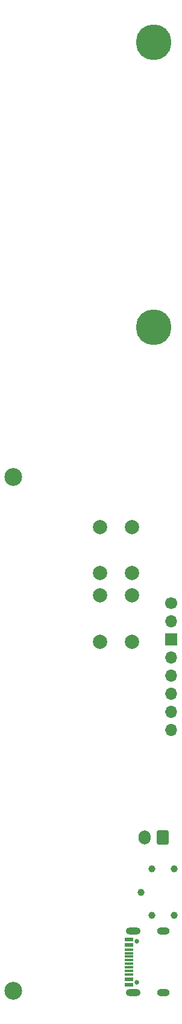
<source format=gbr>
%TF.GenerationSoftware,KiCad,Pcbnew,8.0.7-8.0.7-0~ubuntu24.04.1*%
%TF.CreationDate,2024-12-04T16:15:17+01:00*%
%TF.ProjectId,v_ggtermometer,76e46767-7465-4726-9d6f-6d657465722e,rev?*%
%TF.SameCoordinates,Original*%
%TF.FileFunction,Soldermask,Bot*%
%TF.FilePolarity,Negative*%
%FSLAX46Y46*%
G04 Gerber Fmt 4.6, Leading zero omitted, Abs format (unit mm)*
G04 Created by KiCad (PCBNEW 8.0.7-8.0.7-0~ubuntu24.04.1) date 2024-12-04 16:15:17*
%MOMM*%
%LPD*%
G01*
G04 APERTURE LIST*
G04 Aperture macros list*
%AMRoundRect*
0 Rectangle with rounded corners*
0 $1 Rounding radius*
0 $2 $3 $4 $5 $6 $7 $8 $9 X,Y pos of 4 corners*
0 Add a 4 corners polygon primitive as box body*
4,1,4,$2,$3,$4,$5,$6,$7,$8,$9,$2,$3,0*
0 Add four circle primitives for the rounded corners*
1,1,$1+$1,$2,$3*
1,1,$1+$1,$4,$5*
1,1,$1+$1,$6,$7*
1,1,$1+$1,$8,$9*
0 Add four rect primitives between the rounded corners*
20,1,$1+$1,$2,$3,$4,$5,0*
20,1,$1+$1,$4,$5,$6,$7,0*
20,1,$1+$1,$6,$7,$8,$9,0*
20,1,$1+$1,$8,$9,$2,$3,0*%
G04 Aperture macros list end*
%ADD10C,1.000000*%
%ADD11C,5.000000*%
%ADD12C,2.000000*%
%ADD13C,1.700000*%
%ADD14O,1.700000X1.700000*%
%ADD15R,1.700000X1.700000*%
%ADD16RoundRect,0.250000X0.600000X0.750000X-0.600000X0.750000X-0.600000X-0.750000X0.600000X-0.750000X0*%
%ADD17O,1.700000X2.000000*%
%ADD18C,2.500000*%
%ADD19C,0.650000*%
%ADD20R,1.240000X0.600000*%
%ADD21R,1.240000X0.300000*%
%ADD22O,1.800000X1.000000*%
%ADD23O,2.100000X1.000000*%
G04 APERTURE END LIST*
D10*
%TO.C,*%
X32490990Y14690990D03*
%TD*%
D11*
%TO.C,REF\u002A\u002A*%
X29590990Y97090990D03*
%TD*%
D10*
%TO.C,REF\u002A\u002A*%
X29290990Y14690990D03*
%TD*%
D11*
%TO.C,REF\u002A\u002A*%
X29590990Y137090990D03*
%TD*%
D10*
%TO.C,REF\u002A\u002A*%
X29290990Y21190990D03*
%TD*%
D12*
%TO.C,SW3*%
X26540990Y69140990D03*
X26540990Y62640990D03*
X22040990Y69140990D03*
X22040990Y62640990D03*
%TD*%
%TO.C,SW1*%
X22040990Y53040990D03*
X22040990Y59540990D03*
X26540990Y53040990D03*
X26540990Y59540990D03*
%TD*%
D13*
%TO.C,J2*%
X31990990Y58420990D03*
D14*
X31990990Y55880990D03*
D15*
X31990990Y53340990D03*
D14*
X31990990Y50800990D03*
X31990990Y48260990D03*
X31990990Y45720990D03*
X31990990Y43180990D03*
X31990990Y40640990D03*
%TD*%
D10*
%TO.C,*%
X27790990Y17890990D03*
%TD*%
%TO.C,REF\u002A\u002A*%
X32490990Y21190990D03*
%TD*%
D16*
%TO.C,J8*%
X30840990Y25615990D03*
D17*
X28340990Y25615990D03*
%TD*%
D18*
%TO.C,BT1*%
X9840990Y76090990D03*
X9840990Y4090990D03*
%TD*%
D19*
%TO.C,J1*%
X27231180Y11005800D03*
X27231180Y5225800D03*
D20*
X26111180Y11315800D03*
X26111180Y10515800D03*
D21*
X26111180Y9365800D03*
X26111180Y8365800D03*
X26111180Y7865800D03*
X26111180Y6865800D03*
D20*
X26111180Y5715800D03*
X26111180Y4915800D03*
X26111180Y4915800D03*
X26111180Y5715800D03*
D21*
X26111180Y6365800D03*
X26111180Y7365800D03*
X26111180Y8865800D03*
X26111180Y9865800D03*
D20*
X26111180Y10515800D03*
X26111180Y11315800D03*
D22*
X30911180Y12435800D03*
D23*
X26711180Y12435800D03*
D22*
X30911180Y3795800D03*
D23*
X26711180Y3795800D03*
%TD*%
M02*

</source>
